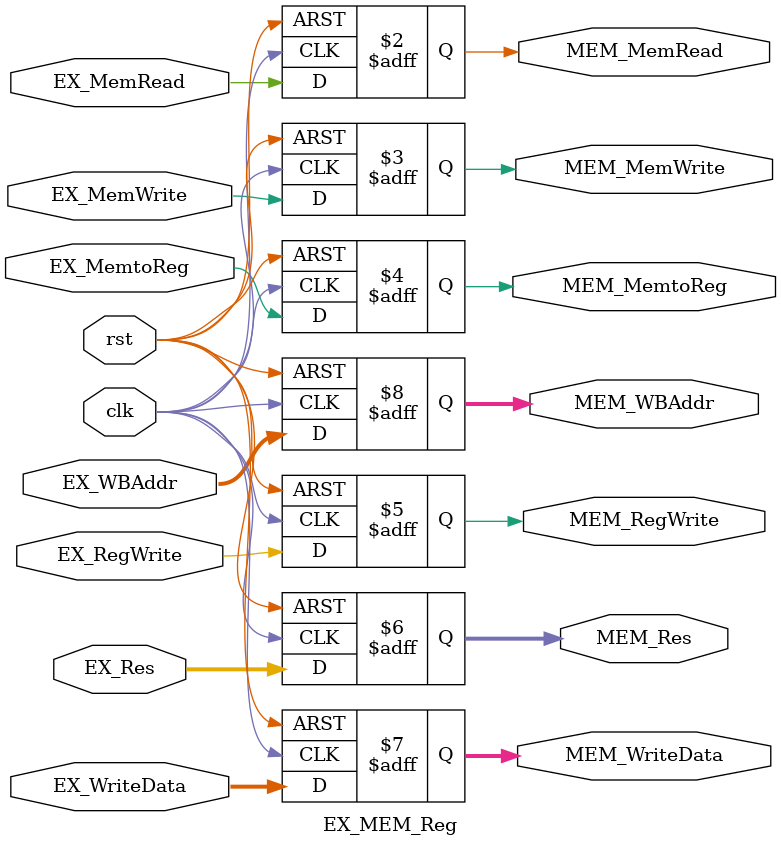
<source format=v>
`timescale 1ns / 1ps


module EX_MEM_Reg(
    input clk,
    input rst,
    input EX_MemRead,
    input EX_MemWrite,
    input EX_MemtoReg,
    input EX_RegWrite,
    input [31:0]EX_Res,
    input [31:0]EX_WriteData,
    input [4:0]EX_WBAddr,
    output reg MEM_MemRead,
    output reg MEM_MemWrite,
    output reg MEM_MemtoReg,
    output reg MEM_RegWrite,
    output reg [31:0]MEM_Res,
    output reg [31:0]MEM_WriteData,
    output reg [4:0]MEM_WBAddr
);
    always @(posedge clk or posedge rst) begin
        if(rst) begin
            MEM_MemRead <= 0;
            MEM_MemWrite <= 0;
            MEM_MemtoReg <= 0;
            MEM_RegWrite <= 0;
            MEM_Res <= 32'd0;
            MEM_WriteData <= 32'd0;
            MEM_WBAddr <= 5'd0;
        end
        else begin
            MEM_MemRead <= EX_MemRead;
            MEM_MemWrite <= EX_MemWrite;
            MEM_MemtoReg <= EX_MemtoReg;
            MEM_RegWrite <= EX_RegWrite;
            MEM_Res <= EX_Res;
            MEM_WBAddr <= EX_WBAddr;
            MEM_WriteData <= EX_WriteData;
        end
    end
endmodule

</source>
